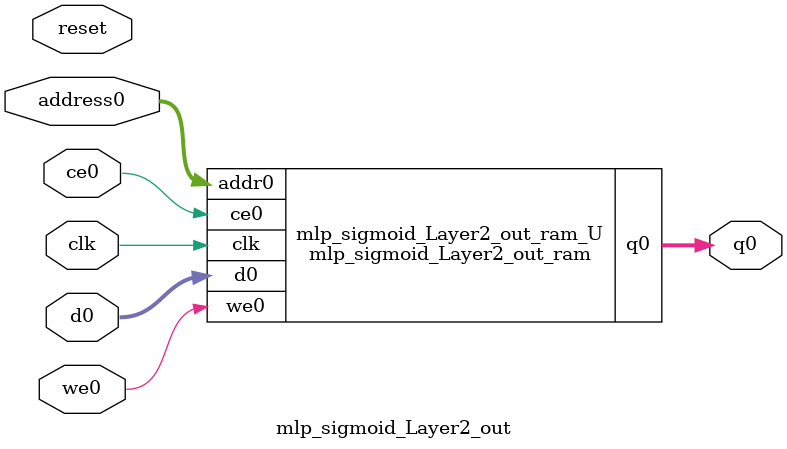
<source format=v>
`timescale 1 ns / 1 ps
module mlp_sigmoid_Layer2_out_ram (addr0, ce0, d0, we0, q0,  clk);

parameter DWIDTH = 32;
parameter AWIDTH = 8;
parameter MEM_SIZE = 129;

input[AWIDTH-1:0] addr0;
input ce0;
input[DWIDTH-1:0] d0;
input we0;
output reg[DWIDTH-1:0] q0;
input clk;

reg [DWIDTH-1:0] ram[0:MEM_SIZE-1];




always @(posedge clk)  
begin 
    if (ce0) begin
        if (we0) 
            ram[addr0] <= d0; 
        q0 <= ram[addr0];
    end
end


endmodule

`timescale 1 ns / 1 ps
module mlp_sigmoid_Layer2_out(
    reset,
    clk,
    address0,
    ce0,
    we0,
    d0,
    q0);

parameter DataWidth = 32'd32;
parameter AddressRange = 32'd129;
parameter AddressWidth = 32'd8;
input reset;
input clk;
input[AddressWidth - 1:0] address0;
input ce0;
input we0;
input[DataWidth - 1:0] d0;
output[DataWidth - 1:0] q0;



mlp_sigmoid_Layer2_out_ram mlp_sigmoid_Layer2_out_ram_U(
    .clk( clk ),
    .addr0( address0 ),
    .ce0( ce0 ),
    .we0( we0 ),
    .d0( d0 ),
    .q0( q0 ));

endmodule


</source>
